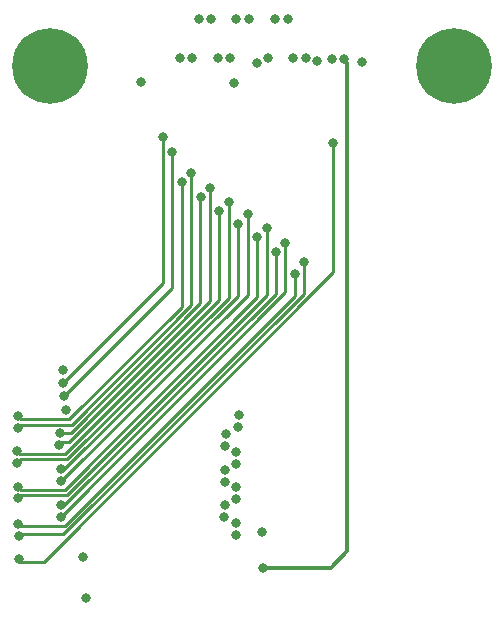
<source format=gbr>
%TF.GenerationSoftware,KiCad,Pcbnew,7.0.1*%
%TF.CreationDate,2023-08-08T21:16:00-04:00*%
%TF.ProjectId,syzygy-txr-to-std,73797a79-6779-42d7-9478-722d746f2d73,rev?*%
%TF.SameCoordinates,Original*%
%TF.FileFunction,Copper,L4,Bot*%
%TF.FilePolarity,Positive*%
%FSLAX46Y46*%
G04 Gerber Fmt 4.6, Leading zero omitted, Abs format (unit mm)*
G04 Created by KiCad (PCBNEW 7.0.1) date 2023-08-08 21:16:00*
%MOMM*%
%LPD*%
G01*
G04 APERTURE LIST*
%TA.AperFunction,ComponentPad*%
%ADD10C,6.400000*%
%TD*%
%TA.AperFunction,ViaPad*%
%ADD11C,0.800000*%
%TD*%
%TA.AperFunction,Conductor*%
%ADD12C,0.250000*%
%TD*%
%TA.AperFunction,Conductor*%
%ADD13C,0.300000*%
%TD*%
G04 APERTURE END LIST*
D10*
%TO.P,H2,1,1*%
%TO.N,unconnected-(H2-Pad1)*%
X137871201Y-68401399D03*
%TD*%
%TO.P,H1,1,1*%
%TO.N,unconnected-(H1-Pad1)*%
X172059601Y-68401399D03*
%TD*%
D11*
%TO.N,/SCL*%
X138988800Y-95199200D03*
X147421601Y-74371200D03*
%TO.N,/SDA*%
X139039600Y-96316800D03*
X148221601Y-75641200D03*
%TO.N,/5*%
X149047200Y-78181200D03*
X135149655Y-98023500D03*
%TO.N,/6*%
X153873200Y-97942400D03*
X148911297Y-67716400D03*
%TO.N,/7*%
X135159553Y-99022954D03*
X149821601Y-77419200D03*
%TO.N,/8*%
X149910800Y-67716400D03*
X153845722Y-98951005D03*
%TO.N,/9*%
X138734800Y-99472500D03*
X150639697Y-79468897D03*
%TO.N,/10*%
X150537069Y-64415033D03*
X152806400Y-99568000D03*
%TO.N,/11*%
X138684000Y-100482400D03*
X151421601Y-78740000D03*
%TO.N,/12*%
X152744053Y-100565556D03*
X151536400Y-64396511D03*
%TO.N,/13*%
X135128000Y-100990400D03*
X152196800Y-80670400D03*
%TO.N,/14*%
X152146000Y-67716400D03*
X153644391Y-101038478D03*
%TO.N,/15*%
X135135290Y-101989876D03*
X153021601Y-79857600D03*
%TO.N,/16*%
X153647035Y-102037977D03*
X153145467Y-67708025D03*
%TO.N,/17*%
X153824951Y-81740550D03*
X138836400Y-102530897D03*
%TO.N,/18*%
X153670000Y-64396511D03*
X152704800Y-102565200D03*
%TO.N,/19*%
X138836400Y-103530400D03*
X154656751Y-80908750D03*
%TO.N,/20*%
X152709761Y-103564690D03*
X154736800Y-64414400D03*
%TO.N,/21*%
X155427098Y-82860297D03*
X135178800Y-103987600D03*
%TO.N,/22*%
X153670000Y-103987600D03*
X155397200Y-68122800D03*
%TO.N,/23*%
X135178800Y-104987103D03*
X156233498Y-82053897D03*
%TO.N,/24*%
X156362400Y-67716400D03*
X153619200Y-105003600D03*
%TO.N,/25*%
X157021601Y-84124800D03*
X138785600Y-105562400D03*
%TO.N,/26*%
X156921200Y-64414400D03*
X152704800Y-105537300D03*
%TO.N,/27*%
X157821601Y-83362800D03*
X138785600Y-106561903D03*
%TO.N,/28*%
X152653595Y-106535490D03*
X158038800Y-64396511D03*
%TO.N,/29*%
X158597600Y-86004400D03*
X135189719Y-107154493D03*
%TO.N,/30*%
X153670000Y-107086400D03*
X158496000Y-67716400D03*
%TO.N,/31*%
X159410400Y-84988400D03*
X135229600Y-108153200D03*
%TO.N,/32*%
X159537400Y-67691000D03*
X153669247Y-108085902D03*
%TO.N,/37*%
X161848800Y-74930000D03*
X135255000Y-110159800D03*
%TO.N,/38*%
X155854400Y-107797600D03*
X161763697Y-67818000D03*
%TO.N,/3V3*%
X155956000Y-110845600D03*
X162763200Y-67818000D03*
%TO.N,GND*%
X160508584Y-67927234D03*
X140919200Y-113385600D03*
X139261085Y-97540985D03*
X153480100Y-69799200D03*
X138988800Y-94081600D03*
X145592800Y-69748400D03*
X140665200Y-109931200D03*
X164338000Y-68021200D03*
%TD*%
D12*
%TO.N,/SCL*%
X147421601Y-86750828D02*
X147421601Y-86055200D01*
X147421601Y-86766400D02*
X147421601Y-86055200D01*
X147421601Y-86055200D02*
X147421601Y-74371200D01*
X138988800Y-95199200D02*
X147421601Y-86766400D01*
%TO.N,/SDA*%
X148183600Y-75679201D02*
X148221601Y-75641200D01*
X139039600Y-96316800D02*
X148183600Y-87172800D01*
X148183600Y-87172800D02*
X148183600Y-75679201D01*
%TO.N,/5*%
X149047200Y-88779468D02*
X139528668Y-98298000D01*
X139528668Y-98298000D02*
X135424155Y-98298000D01*
X135424155Y-98298000D02*
X135149655Y-98023500D01*
X149047200Y-78181200D02*
X149047200Y-88779468D01*
%TO.N,/7*%
X139715064Y-98748000D02*
X135434507Y-98748000D01*
X149809200Y-88653864D02*
X139715064Y-98748000D01*
X135434507Y-98748000D02*
X135159553Y-99022954D01*
X149821601Y-77419200D02*
X149809200Y-77431601D01*
X149809200Y-77431601D02*
X149809200Y-88653864D01*
%TO.N,/9*%
X139626960Y-99472500D02*
X138734800Y-99472500D01*
X150622000Y-88477460D02*
X139626960Y-99472500D01*
X150622000Y-79486594D02*
X150622000Y-88477460D01*
X150639697Y-79468897D02*
X150622000Y-79486594D01*
%TO.N,/11*%
X151434800Y-88301056D02*
X139538356Y-100197500D01*
X138968900Y-100197500D02*
X138684000Y-100482400D01*
X139538356Y-100197500D02*
X138968900Y-100197500D01*
X151421601Y-78740000D02*
X151434800Y-78753199D01*
X151434800Y-78753199D02*
X151434800Y-88301056D01*
%TO.N,/13*%
X152196800Y-80670400D02*
X152196800Y-88175452D01*
X152196800Y-88175452D02*
X139164852Y-101207400D01*
X135345000Y-101207400D02*
X135128000Y-100990400D01*
X139164852Y-101207400D02*
X135345000Y-101207400D01*
%TO.N,/15*%
X153009600Y-87999048D02*
X139351248Y-101657400D01*
X135467766Y-101657400D02*
X135135290Y-101989876D01*
X153021601Y-79857600D02*
X153009600Y-79869601D01*
X153009600Y-79869601D02*
X153009600Y-87999048D01*
X139351248Y-101657400D02*
X135467766Y-101657400D01*
%TO.N,/17*%
X139175503Y-102530897D02*
X138836400Y-102530897D01*
X153824951Y-81740550D02*
X153824951Y-87820093D01*
X139114147Y-102530897D02*
X138836400Y-102530897D01*
X153824951Y-87820093D02*
X139114147Y-102530897D01*
%TO.N,/19*%
X154656751Y-80908750D02*
X154635200Y-80930301D01*
X154635200Y-87757402D02*
X138862202Y-103530400D01*
X138862202Y-103530400D02*
X138836400Y-103530400D01*
X154635200Y-80930301D02*
X154635200Y-87757402D01*
%TO.N,/21*%
X139136705Y-104255400D02*
X135446600Y-104255400D01*
X155427098Y-82860297D02*
X155427098Y-87965007D01*
X155427098Y-87965007D02*
X139136705Y-104255400D01*
X135446600Y-104255400D02*
X135178800Y-103987600D01*
%TO.N,/23*%
X156233498Y-82053897D02*
X156233498Y-87795002D01*
X156233498Y-87795002D02*
X139323100Y-104705400D01*
X139323100Y-104705400D02*
X135460503Y-104705400D01*
X135460503Y-104705400D02*
X135178800Y-104987103D01*
%TO.N,/25*%
X139102497Y-105562400D02*
X138785600Y-105562400D01*
X157021601Y-87643296D02*
X139102497Y-105562400D01*
X157021601Y-84124800D02*
X157021601Y-87643296D01*
%TO.N,/27*%
X157821601Y-87551704D02*
X138811402Y-106561903D01*
X138811402Y-106561903D02*
X138785600Y-106561903D01*
X157821601Y-83362800D02*
X157821601Y-87551704D01*
%TO.N,/29*%
X135189719Y-107154493D02*
X135322129Y-107286903D01*
X158597600Y-87833200D02*
X158597600Y-86004400D01*
X139143897Y-107286903D02*
X158597600Y-87833200D01*
X135322129Y-107286903D02*
X139143897Y-107286903D01*
%TO.N,/31*%
X135229600Y-108153200D02*
X135347697Y-108035103D01*
X139032093Y-108035103D02*
X159410400Y-87656796D01*
X135347697Y-108035103D02*
X139032093Y-108035103D01*
X159410400Y-87656796D02*
X159410400Y-84988400D01*
%TO.N,/37*%
X135255000Y-110159800D02*
X135432800Y-110337600D01*
X135432800Y-110337600D02*
X137365992Y-110337600D01*
X137365992Y-110337600D02*
X161848800Y-85854792D01*
X161848800Y-85854792D02*
X161848800Y-74930000D01*
D13*
%TO.N,/3V3*%
X161645600Y-110845600D02*
X163068000Y-109423200D01*
X155956000Y-110845600D02*
X161645600Y-110845600D01*
X163068000Y-109423200D02*
X163068000Y-68122800D01*
X163068000Y-68122800D02*
X162763200Y-67818000D01*
%TD*%
M02*

</source>
